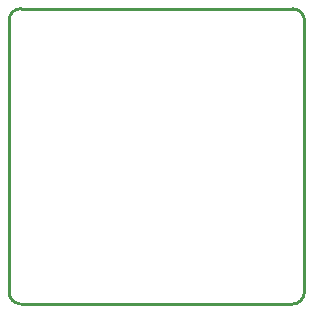
<source format=gko>
G04*
G04 #@! TF.GenerationSoftware,Altium Limited,Altium Designer,20.0.13 (296)*
G04*
G04 Layer_Color=16711935*
%FSLAX25Y25*%
%MOIN*%
G70*
G01*
G75*
%ADD10C,0.01000*%
D10*
X121500Y97500D02*
G03*
X117563Y101437I-3937J0D01*
G01*
X27000Y101500D02*
G03*
X23063Y97563I0J-3937D01*
G01*
X117500Y3000D02*
G03*
X121437Y6937I0J3937D01*
G01*
X23000Y7000D02*
G03*
X26937Y3063I3937J0D01*
G01*
X26925Y101425D02*
X117575D01*
X23000Y7000D02*
Y97500D01*
X27000Y3000D02*
X117500D01*
X121425Y7000D02*
Y97575D01*
M02*

</source>
